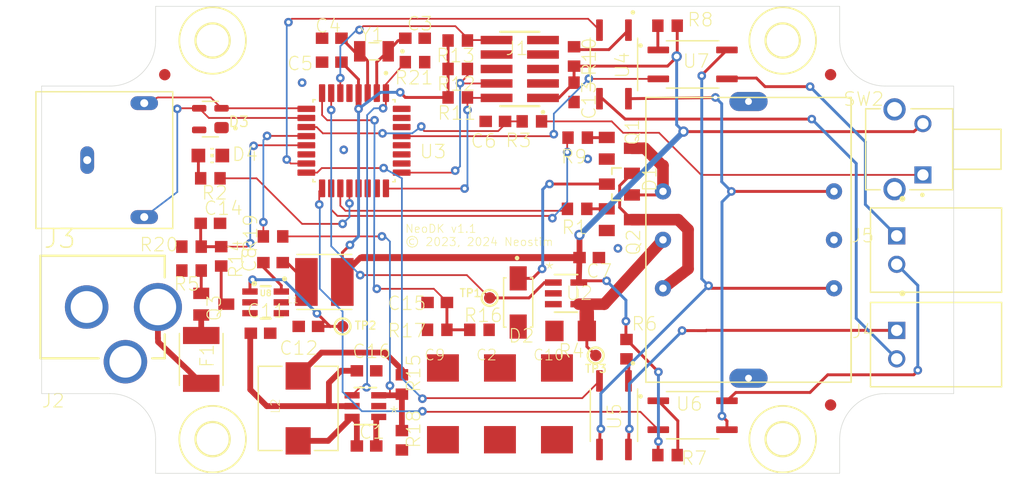
<source format=kicad_pcb>
(kicad_pcb (version 20240108) (generator "pcbnew") (generator_version "8.0")
  (layers (0 "F.Cu" signal) (31 "B.Cu" signal) (34 "B.Paste" user) (35 "F.Paste" user) (36 "B.SilkS" user "B.Silkscreen") (37 "F.SilkS" user "F.Silkscreen") (38 "B.Mask" user) (39 "F.Mask" user) (44 "Edge.Cuts" user))
  (net 0 "")
  (net 1 "N$3")
  (net 2 "N$4")
  (net 3 "GND")
  (net 4 "N$6")
  (net 5 "VCC")
  (net 6 "N$9")
  (net 7 "CSA_OUT")
  (net 8 "VCAP")
  (net 9 "BTN_OUT1")
  (net 10 "N$2")
  (net 11 "N$5")
  (net 12 "N$7")
  (net 13 "N$16")
  (net 14 "TRIAC_1")
  (net 15 "N$15")
  (net 16 "N$19")
  (net 17 "VC_DIV4")
  (net 18 "N$23")
  (net 19 "N$24")
  (net 20 "SWDIO")
  (net 21 "SWCLK")
  (net 22 "TRIAC_2")
  (net 23 "N$10")
  (net 24 "N$11")
  (net 25 "N$12")
  (net 26 "N$14")
  (net 27 "N$18")
  (net 28 "N$20")
  (net 29 "N$1")
  (net 30 "N$31")
  (net 31 "VBAT")
  (net 32 "N$35")
  (net 33 "N$36")
  (net 34 "N$37")
  (net 35 "N$38")
  (net 36 "N$32")
  (net 37 "BUCK_EN")
  (net 38 "N$33")
  (net 39 "N$34")
  (net 40 "N$30")
  (net 41 "GNDBREAK")
  (net 42 "N$28")
  (net 43 "N$39")
  (net 44 "TRIAC_3")
  (net 45 "N$13")
  (net 46 "N$17")
  (net 47 "N$21")
  (net 48 "N$22")
  (net 49 "N$8")
  (net 50 "N$26")
  (net 51 "N$29")
  (footprint "neodk_v1:C0603_334" (layer "F.Cu") (at 141.2511 87.3036)
    (property "Reference" "C3")
    (property "Value" "6.8p")
  )
  (footprint "neodk_v1:SOT190P230X110-4N" (layer "F.Cu") (at 123.3011 94.4036 180)
    (property "Reference" "D3")
    (property "Value" "PRTR5V0U2X")
  )
  (footprint "neodk_v1:FUSER_MF-MSMF020_60-2" (layer "F.Cu") (at 122.5011 115.5036 90)
    (property "Reference" "F1")
    (property "Value" "MF-MSMF020/60-2")
  )
  (footprint "neodk_v1:2,8_237" (layer "F.Cu") (at 173.5011 87.5036)
    (property "Reference" "H3" (hide yes))
    (property "Value" "MOUNT-HOLE2.8" (hide yes))
  )
  (footprint "neodk_v1:SOT23_210" (layer "F.Cu") (at 159.1811 100.1136 90)
    (property "Reference" "D1")
    (property "Value" "BAV23CLT1G")
  )
  (footprint "neodk_v1:SOT23" (layer "F.Cu") (at 123.6011 110.6536 -90)
    (property "Reference" "Q3")
    (property "Value" "PMV50EPEAR")
  )
  (footprint "neodk_v1:R0603_334" (layer "F.Cu") (at 155.2011 88.9036 -90)
    (property "Reference" "R10")
    (property "Value" "300")
  )
  (footprint "neodk_v1:TESTPOINT_ROUND_1MM" (layer "F.Cu") (at 157.1011 115.1536)
    (property "Reference" "TP3")
    (property "Value" "Vprim")
  )
  (footprint "neodk_v1:QFP80P900X900X160-32N" (layer "F.Cu") (at 135.9011 96.3036 -90)
    (property "Reference" "U3")
    (property "Value" "STM32G071KBT6")
  )
  (footprint "neodk_v1:C0603_334" (layer "F.Cu") (at 131.9011 112.6036 180)
    (property "Reference" "C12")
    (property "Value" "22µ")
  )
  (footprint "neodk_v1:SOT23-6" (layer "F.Cu") (at 128.1511 110.4936 -90)
    (property "Reference" "U8")
    (property "Value" "AP63203")
  )
  (footprint "neodk_v1:FIDUCIAL_1MM" (layer "F.Cu") (at 177.7011 90.5036)
    (property "Reference" "FID2" (hide yes))
    (property "Value" "FIDUCIAL" (hide yes))
  )
  (footprint "neodk_v1:C0603_334" (layer "F.Cu") (at 143.2011 110.5036 180)
    (property "Reference" "C15")
    (property "Value" "100n")
  )
  (footprint "neodk_v1:SOP254P675X240-4N" (layer "F.Cu") (at 158.7011 120.4036 -90)
    (property "Reference" "U5")
    (property "Value" "VOT8024AM-T")
  )
  (footprint "neodk_v1:R0603_334" (layer "F.Cu") (at 140.1011 117.7036 90)
    (property "Reference" "R15")
    (property "Value" "115k")
  )
  (footprint "neodk_v1:R0603_334" (layer "F.Cu") (at 155.4711 102.2836)
    (property "Reference" "R1")
    (property "Value" "150")
  )
  (footprint "neodk_v1:C0603_334" (layer "F.Cu") (at 148.3011 94.6036 180)
    (property "Reference" "C6")
    (property "Value" "100n")
  )
  (footprint "neodk_v1:SMC_D_334" (layer "F.Cu") (at 143.7011 119.4036 -90)
    (property "Reference" "C9")
    (property "Value" "220µ")
  )
  (footprint "neodk_v1:R0603_334" (layer "F.Cu") (at 146.9011 112.9036)
    (property "Reference" "R16")
    (property "Value" "39k")
  )
  (footprint "neodk_v1:2,8_237" (layer "F.Cu") (at 173.5011 122.5036)
    (property "Reference" "H2" (hide yes))
    (property "Value" "MOUNT-HOLE2.8" (hide yes))
  )
  (footprint "neodk_v1:FIDUCIAL_1MM" (layer "F.Cu") (at 177.7011 119.5036)
    (property "Reference" "FID3" (hide yes))
    (property "Value" "FIDUCIAL" (hide yes))
  )
  (footprint "neodk_v1:CLIFF_FC68131" (layer "F.Cu") (at 112.5011 98.0036)
    (property "Reference" "J3")
    (property "Value" "FC68131")
  )
  (footprint "neodk_v1:42TUXXX" (layer "F.Cu") (at 170.5011 105.0036 90)
    (property "Reference" "TR1" (hide yes))
    (property "Value" "XICON_42TU200" (hide yes))
  )
  (footprint "neodk_v1:R0603_334" (layer "F.Cu") (at 121.6511 105.6036)
    (property "Reference" "R20")
    (property "Value" "13k")
  )
  (footprint "neodk_v1:JST_S2B-XH-A(LF)(SN)" (layer "F.Cu") (at 183.5011 114.2036 -90)
    (property "Reference" "J4")
    (property "Value" "S2B-XH-A(LF)(SN)")
  )
  (footprint "neodk_v1:R0603_334" (layer "F.Cu") (at 145.0011 87.5036 180)
    (property "Reference" "R13")
    (property "Value" "1k5")
  )
  (footprint "neodk_v1:R0603_334" (layer "F.Cu") (at 163.4011 86.2036)
    (property "Reference" "R8")
    (property "Value" "300")
  )
  (footprint "neodk_v1:C0603_334" (layer "F.Cu") (at 137.0011 116.5036)
    (property "Reference" "C16")
    (property "Value" "10µ")
  )
  (footprint "neodk_v1:DBV5" (layer "F.Cu") (at 154.5011 109.7036)
    (property "Reference" "U2")
    (property "Value" "INA180A1IDBVR" (hide yes))
  )
  (footprint "neodk_v1:IND_CLF7045NIT-470M-D" (layer "F.Cu") (at 131.0011 119.8036 90)
    (property "Reference" "L2")
    (property "Value" "47 µH")
  )
  (footprint "neodk_v1:R0603_334" (layer "F.Cu") (at 140.1011 122.6036 90)
    (property "Reference" "R18")
    (property "Value" "13k")
  )
  (footprint "neodk_v1:C0603_334" (layer "F.Cu") (at 128.8011 107.0036)
    (property "Reference" "C8")
    (property "Value" "100n")
  )
  (footprint "neodk_v1:R0603_334" (layer "F.Cu") (at 123.3011 99.6036)
    (property "Reference" "R2")
    (property "Value" "300")
  )
  (footprint "neodk_v1:DIOM4325X250N" (layer "F.Cu") (at 150.3011 110.5036 -90)
    (property "Reference" "D2")
    (property "Value" "SMAJ13A")
  )
  (footprint "neodk_v1:R0603_334" (layer "F.Cu") (at 128.8011 104.7036 180)
    (property "Reference" "R19")
    (property "Value" "42.2k")
  )
  (footprint "neodk_v1:R0603_334" (layer "F.Cu") (at 124.2511 106.4536 -90)
    (property "Reference" "R14")
    (property "Value" "39k")
  )
  (footprint "neodk_v1:TE_FSMRA6JH" (layer "F.Cu") (at 185.8011 99.3036 90)
    (property "Reference" "SW2")
    (property "Value" "FSMRA6JH")
  )
  (footprint "neodk_v1:R0603_334" (layer "F.Cu") (at 163.4011 123.9036 180)
    (property "Reference" "R7")
    (property "Value" "300")
  )
  (footprint "neodk_v1:C0603_334" (layer "F.Cu") (at 137.0011 123.1036)
    (property "Reference" "C1")
    (property "Value" "470n")
  )
  (footprint "neodk_v1:C0603_334" (layer "F.Cu") (at 127.7011 113.2036)
    (property "Reference" "C11")
    (property "Value" "10µ")
  )
  (footprint "neodk_v1:TESTPOINT_ROUND_1MM" (layer "F.Cu") (at 134.9011 112.6036)
    (property "Reference" "TP2")
    (property "Value" "3.3V")
  )
  (footprint "neodk_v1:C0603_334" (layer "F.Cu") (at 155.2011 92.0536 -90)
    (property "Reference" "C13")
    (property "Value" "22µ")
  )
  (footprint "neodk_v1:R0603_334" (layer "F.Cu") (at 155.5211 96.0336)
    (property "Reference" "R9")
    (property "Value" "150")
  )
  (footprint "neodk_v1:2,8_237" (layer "F.Cu") (at 123.5011 87.5036)
    (property "Reference" "H4" (hide yes))
    (property "Value" "MOUNT-HOLE2.8" (hide yes))
  )
  (footprint "neodk_v1:TESTPOINT_ROUND_1MM" (layer "F.Cu") (at 147.8011 110.1036)
    (property "Reference" "TP1")
    (property "Value" "PrimaryCurrent")
  )
  (footprint "neodk_v1:SOP254P675X240-4N" (layer "F.Cu") (at 165.6011 89.6036)
    (property "Reference" "U7")
    (property "Value" "VOT8024AM-T")
  )
  (footprint "neodk_v1:JST_S2B-XH-A(LF)(SN)" (layer "F.Cu") (at 183.5011 105.9036 -90)
    (property "Reference" "J5")
    (property "Value" "S2B-XH-A(LF)(SN)")
  )
  (footprint "neodk_v1:XTAL_NX3215SA-32.768K-STD-MUA-8" (layer "F.Cu") (at 137.6511 88.4536 180)
    (property "Reference" "Y1")
    (property "Value" "32.768 kHz")
  )
  (footprint "neodk_v1:IND_SRR4818A-3R9Y" (layer "F.Cu") (at 133.3011 108.7036)
    (property "Reference" "L1")
    (property "Value" "3.9 µH")
  )
  (footprint "neodk_v1:SOP254P675X240-4N" (layer "F.Cu") (at 158.7011 89.6036 -90)
    (property "Reference" "U4")
    (property "Value" "VOT8024AM-T")
  )
  (footprint "neodk_v1:R0603_334" (layer "F.Cu") (at 141.2511 89.4036 180)
    (property "Reference" "R21")
    (property "Value" "100k")
  )
  (footprint "neodk_v1:R0603_334" (layer "F.Cu") (at 151.5011 94.6036 180)
    (property "Reference" "R3")
    (property "Value" "1k5")
  )
  (footprint "neodk_v1:C0603_334" (layer "F.Cu") (at 133.9511 87.3036 180)
    (property "Reference" "C4")
    (property "Value" "6.8p")
  )
  (footprint "neodk_v1:SOT-23-6_SNC" (layer "F.Cu") (at 136.9011 119.6036 180)
    (property "Reference" "U1")
    (property "Value" "SGM61410XN6G/TR")
  )
  (footprint "neodk_v1:FIDUCIAL_1MM" (layer "F.Cu") (at 119.3011 90.5036)
    (property "Reference" "FID1" (hide yes))
    (property "Value" "FIDUCIAL" (hide yes))
  )
  (footprint "neodk_v1:CHIP-LED0805_259" (layer "F.Cu") (at 123.3011 97.6036 -90)
    (property "Reference" "D4")
    (property "Value" "")
  )
  (footprint "neodk_v1:R0603_334" (layer "F.Cu") (at 121.6511 107.7036)
    (property "Reference" "R5")
    (property "Value" "100k")
  )
  (footprint "neodk_v1:SMC_D_334" (layer "F.Cu") (at 148.7011 119.4036 -90)
    (property "Reference" "C2")
    (property "Value" "220µ")
  )
  (footprint "neodk_v1:SOP254P675X240-4N" (layer "F.Cu") (at 165.6011 120.4036)
    (property "Reference" "U6")
    (property "Value" "VOT8024AM-T")
  )
  (footprint "neodk_v1:C0603_334" (layer "F.Cu") (at 133.9511 89.4036 180)
    (property "Reference" "C5")
    (property "Value" "100n")
  )
  (footprint "neodk_v1:2,8_237" (layer "F.Cu") (at 123.5011 122.5036)
    (property "Reference" "H1" (hide yes))
    (property "Value" "MOUNT-HOLE2.8" (hide yes))
  )
  (footprint "neodk_v1:C0603_334" (layer "F.Cu") (at 123.3011 103.5536)
    (property "Reference" "C14")
    (property "Value" "100n")
  )
  (footprint "neodk_v1:DCJACK_2MM_PTH" (layer "F.Cu") (at 105.1011 110.9036 -90)
    (property "Reference" "J2")
    (property "Value" "Power 5V..12V DC")
  )
  (footprint "neodk_v1:SOT23" (layer "F.Cu") (at 159.1711 96.9636 -90)
    (property "Reference" "Q1")
    (property "Value" "IRLML6344TRPBF")
  )
  (footprint "neodk_v1:R0603_334" (layer "F.Cu") (at 145.0011 92.5036 180)
    (property "Reference" "R11")
    (property "Value" "100k")
  )
  (footprint "neodk_v1:SOT23" (layer "F.Cu") (at 159.1711 103.2336 -90)
    (property "Reference" "Q2")
    (property "Value" "IRLML6344TRPBF")
  )
  (footprint "neodk_v1:R1206_334" (layer "F.Cu") (at 154.9011 113.0036 180)
    (property "Reference" "R4")
    (property "Value" "0.02")
  )
  (footprint "neodk_v1:C0603_334" (layer "F.Cu") (at 156.5311 106.5636)
    (property "Reference" "C7")
    (property "Value" "100n")
  )
  (footprint "neodk_v1:R0603_334" (layer "F.Cu") (at 145.0011 90.0036 180)
    (property "Reference" "R12")
    (property "Value" "100k")
  )
  (footprint "neodk_v1:R0603_334" (layer "F.Cu") (at 159.8011 114.6036 90)
    (property "Reference" "R6")
    (property "Value" "300")
  )
  (footprint "neodk_v1:R0603_334" (layer "F.Cu") (at 143.2011 112.9036)
    (property "Reference" "R17")
    (property "Value" "13k")
  )
  (footprint "neodk_v1:SAMTEC_FTSH-105-XX-X-DV" (layer "F.Cu") (at 150.4411 90.0036 90)
    (property "Reference" "J1")
    (property "Value" "SWD")
  )
  (footprint "neodk_v1:SMC_D_334" (layer "F.Cu") (at 153.7011 119.4036 -90)
    (property "Reference" "C10")
    (property "Value" "220µ")
  )
  (gr_arc (start 178.5011 122.5036) (mid 179.672674 119.675173) (end 182.501101 118.503601) (stroke (width 0.05)) (layer "Edge.Cuts"))
  (gr_line (start 178.5011 87.5036) (end 178.5011 84.5036) (stroke (width 0.05)) (layer "Edge.Cuts"))
  (gr_line (start 178.5011 125.5036) (end 178.5011 122.5036) (stroke (width 0.05)) (layer "Edge.Cuts"))
  (gr_line (start 188.5011 91.5036) (end 182.5011 91.5036) (stroke (width 0.05)) (layer "Edge.Cuts"))
  (gr_arc (start 118.5011 87.5036) (mid 117.329527 90.332027) (end 114.5011 91.5036) (stroke (width 0.05)) (layer "Edge.Cuts"))
  (gr_line (start 178.5011 84.5036) (end 118.5011 84.5036) (stroke (width 0.05)) (layer "Edge.Cuts"))
  (gr_line (start 118.5011 122.5036) (end 118.5011 125.5036) (stroke (width 0.05)) (layer "Edge.Cuts"))
  (gr_line (start 114.5011 91.5036) (end 108.5011 91.5036) (stroke (width 0.05)) (layer "Edge.Cuts"))
  (gr_line (start 118.5011 125.5036) (end 178.5011 125.5036) (stroke (width 0.05)) (layer "Edge.Cuts"))
  (gr_line (start 118.5011 84.5036) (end 118.5011 87.5036) (stroke (width 0.05)) (layer "Edge.Cuts"))
  (gr_line (start 182.5011 118.5036) (end 188.5011 118.5036) (stroke (width 0.05)) (layer "Edge.Cuts"))
  (gr_line (start 108.5011 91.5036) (end 108.5011 118.5036) (stroke (width 0.05)) (layer "Edge.Cuts"))
  (gr_line (start 108.5011 118.5036) (end 114.5011 118.5036) (stroke (width 0.05)) (layer "Edge.Cuts"))
  (gr_arc (start 182.5011 91.5036) (mid 179.672673 90.332027) (end 178.5011 87.5036) (stroke (width 0.05)) (layer "Edge.Cuts"))
  (gr_arc (start 114.5011 118.5036) (mid 117.329528 119.675173) (end 118.501101 122.503601) (stroke (width 0.05)) (layer "Edge.Cuts"))
  (gr_line (start 188.5011 118.5036) (end 188.5011 91.5036) (stroke (width 0.05)) (layer "Edge.Cuts"))
  (gr_text "NeoDK v1.1\n© 2023, 2024 Neostim" (at 140.3511 105.6036 0) (layer "F.SilkS") (effects (font (size 0.7176 0.7176) (thickness 0.0624)) (justify left bottom)))
  (segment (start 160.2711 96.9636) (end 161.4111 96.9636) (width 1.016) (layer "F.Cu") (net 1))
  (segment (start 163.0011 98.473638) (end 163.0011 100.7491) (width 1.016) (layer "F.Cu") (net 1))
  (segment (start 163.0011 98.473638) (end 162.9011 98.4536) (width 1.016) (layer "F.Cu") (net 1))
  (segment (start 163.1866 101.0636) (end 163.0011 100.7491) (width 0.254) (layer "F.Cu") (net 1))
  (segment (start 160.2811 101.0636) (end 163.1866 101.0636) (width 0.254) (layer "F.Cu") (net 1))
  (segment (start 161.4111 96.9636) (end 162.9011 98.4536) (width 1.016) (layer "F.Cu") (net 1))
  (segment (start 160.2811 99.1736) (end 160.2811 99.1636) (width 0.254) (layer "F.Cu") (net 2))
  (segment (start 159.2011 102.1636) (end 159.2011 100.2536) (width 0.254) (layer "F.Cu") (net 2))
  (segment (start 165.2011 104.1036) (end 165.2011 107.5581) (width 1.016) (layer "F.Cu") (net 2))
  (segment (start 164.3311 103.2336) (end 165.2011 104.1036) (width 1.016) (layer "F.Cu") (net 2))
  (segment (start 165.2011 107.5581) (end 163.0011 109.2581) (width 1.016) (layer "F.Cu") (net 2))
  (segment (start 160.2711 103.2336) (end 164.3311 103.2336) (width 1.016) (layer "F.Cu") (net 2))
  (segment (start 160.2711 103.2336) (end 159.2011 102.1636) (width 0.254) (layer "F.Cu") (net 2))
  (segment (start 159.2011 100.2536) (end 160.2811 99.1736) (width 0.254) (layer "F.Cu") (net 2))
  (via (at 156.4011 97.9036) (size 0.7564) (drill 0.35) (layers "F.Cu" "B.Cu") (net 3))
  (via (at 135.0011 97.1036) (size 0.7564) (drill 0.35) (layers "F.Cu" "B.Cu") (net 3))
  (via (at 131.3511 91.2036) (size 0.7564) (drill 0.35) (layers "F.Cu" "B.Cu") (net 3))
  (via (at 159.0511 105.7536) (size 0.7564) (drill 0.35) (layers "F.Cu" "B.Cu") (net 3))
  (segment (start 156.3211 102.2836) (end 158.0711 102.2836) (width 0.254) (layer "F.Cu") (net 4))
  (segment (start 144.1511 90.0036) (end 144.1511 92.5036) (width 0.254) (layer "F.Cu") (net 5))
  (segment (start 155.6811 106.5636) (end 136.6111 106.5636) (width 0.6096) (layer "F.Cu") (net 5))
  (segment (start 155.7511 104.6536) (end 155.6761 104.5786) (width 0.508) (layer "F.Cu") (net 5))
  (segment (start 134.8761 108.1536) (end 134.8761 108.7036) (width 0.254) (layer "F.Cu") (net 5))
  (segment (start 126.776 108.7287) (end 127.0011 108.5036) (width 0.254) (layer "F.Cu") (net 5))
  (segment (start 136.2911 90.9136) (end 136.3011 92.1236) (width 0.254) (layer "F.Cu") (net 5))
  (segment (start 164.2511 88.8536) (end 164.2011 88.9036) (width 0.254) (layer "F.Cu") (net 5))
  (segment (start 158.0511 108.6036) (end 155.7687 108.6036) (width 0.254) (layer "F.Cu") (net 5))
  (segment (start 134.8761 107.4786) (end 134.8761 108.1536) (width 0.254) (layer "F.Cu") (net 5))
  (segment (start 134.8011 89.4036) (end 136.2911 90.9136) (width 0.254) (layer "F.Cu") (net 5))
  (segment (start 134.9011 112.6036) (end 133.8511 112.6036) (width 0.254) (layer "F.Cu") (net 5))
  (segment (start 155.2011 89.7536) (end 163.4011 89.7536) (width 0.254) (layer "F.Cu") (net 5))
  (segment (start 159.8011 113.7536) (end 159.7511 113.7036) (width 0.254) (layer "F.Cu") (net 5))
  (segment (start 135.5443 105.4536) (end 134.8761 106.1218) (width 0.254) (layer "F.Cu") (net 5))
  (segment (start 155.6187 108.7536) (end 155.6787 106.566) (width 0.508) (layer "F.Cu") (net 5))
  (segment (start 185.0011 95.5036) (end 185.8011 94.8036) (width 0.254) (layer "F.Cu") (net 5))
  (segment (start 159.7511 113.7036) (end 159.7511 112.1536) (width 0.254) (layer "F.Cu") (net 5))
  (segment (start 133.8511 112.6036) (end 132.7511 112.6036) (width 0.254) (layer "F.Cu") (net 5))
  (segment (start 144.1511 92.5036) (end 140.5511 92.5036) (width 0.254) (layer "F.Cu") (net 5))
  (segment (start 132.6511 111.4536) (end 133.8011 112.6036) (width 0.254) (layer "F.Cu") (net 5))
  (segment (start 140.5511 92.5036) (end 140.4011 92.5036) (width 0.254) (layer "F.Cu") (net 5))
  (segment (start 155.6811 104.7236) (end 155.7511 104.6536) (width 0.508) (layer "F.Cu") (net 5))
  (segment (start 152.4761 92.5436) (end 153.8611 92.5436) (width 0.254) (layer "F.Cu") (net 5))
  (segment (start 134.8761 106.1218) (end 134.8761 108.1536) (width 0.254) (layer "F.Cu") (net 5))
  (segment (start 155.7687 108.6036) (end 155.6187 108.7536) (width 0.254) (layer "F.Cu") (net 5))
  (segment (start 164.8011 95.5036) (end 185.0011 95.5036) (width 0.254) (layer "F.Cu") (net 5))
  (segment (start 155.6787 106.566) (end 155.6811 106.5636) (width 0.508) (layer "F.Cu") (net 5))
  (segment (start 133.8011 112.6036) (end 133.8511 112.6036) (width 0.254) (layer "F.Cu") (net 5))
  (segment (start 134.8761 108.1536) (end 134.8761 108.7036) (width 0.254) (layer "F.Cu") (net 5))
  (segment (start 126.776 109.5436) (end 126.776 108.7287) (width 0.254) (layer "F.Cu") (net 5))
  (segment (start 153.8611 92.5436) (end 155.2011 91.2036) (width 0.254) (layer "F.Cu") (net 5))
  (segment (start 136.4661 106.5636) (end 134.8761 108.1536) (width 0.508) (layer "F.Cu") (net 5))
  (segment (start 136.6111 106.5636) (end 136.4661 106.5636) (width 0.508) (layer "F.Cu") (net 5))
  (segment (start 162.6011 122.7036) (end 162.5511 123.9036) (width 0.254) (layer "F.Cu") (net 5))
  (segment (start 140.4011 92.5036) (end 139.9511 92.0536) (width 0.254) (layer "F.Cu") (net 5))
  (segment (start 155.2011 89.7536) (end 155.2011 91.2036) (width 0.254) (layer "F.Cu") (net 5))
  (segment (start 144.1511 87.5036) (end 144.1511 90.0036) (width 0.254) (layer "F.Cu") (net 5))
  (segment (start 155.6811 106.5636) (end 155.6811 104.7236) (width 0.508) (layer "F.Cu") (net 5))
  (segment (start 163.4011 89.7536) (end 164.2511 88.9036) (width 0.254) (layer "F.Cu") (net 5))
  (segment (start 159.8011 113.7536) (end 162.6011 116.6036) (width 0.254) (layer "F.Cu") (net 5))
  (segment (start 164.2511 88.9036) (end 164.2511 88.8536) (width 0.254) (layer "F.Cu") (net 5))
  (segment (start 136.3011 93.5036) (end 136.3011 92.1236) (width 0.508) (layer "F.Cu") (net 5))
  (segment (start 164.2511 86.2036) (end 164.2511 88.8536) (width 0.254) (layer "F.Cu") (net 5))
  (via (at 135.5443 105.4536) (size 0.7564) (drill 0.35) (layers "F.Cu" "B.Cu") (net 5))
  (via (at 139.9511 92.0536) (size 0.7564) (drill 0.35) (layers "F.Cu" "B.Cu") (net 5))
  (via (at 155.6761 104.5786) (size 0.9064) (drill 0.5) (layers "F.Cu" "B.Cu") (net 5))
  (via (at 164.8011 95.5036) (size 0.9064) (drill 0.5) (layers "F.Cu" "B.Cu") (net 5))
  (via (at 159.7511 112.1536) (size 0.7564) (drill 0.35) (layers "F.Cu" "B.Cu") (net 5))
  (via (at 136.3011 93.5036) (size 0.7564) (drill 0.35) (layers "F.Cu" "B.Cu") (net 5))
  (via (at 162.6011 122.7036) (size 0.7564) (drill 0.35) (layers "F.Cu" "B.Cu") (net 5))
  (via (at 132.6511 111.4536) (size 0.7564) (drill 0.35) (layers "F.Cu" "B.Cu") (net 5))
  (via (at 127.0011 108.5036) (size 0.7564) (drill 0.35) (layers "F.Cu" "B.Cu") (net 5))
  (via (at 162.6011 116.6036) (size 0.7564) (drill 0.35) (layers "F.Cu" "B.Cu") (net 5))
  (via (at 164.2011 88.9036) (size 0.9064) (drill 0.5) (layers "F.Cu" "B.Cu") (net 5))
  (via (at 158.0511 108.6036) (size 0.7564) (drill 0.35) (layers "F.Cu" "B.Cu") (net 5))
  (segment (start 129.7011 108.5036) (end 132.6511 111.4536) (width 0.254) (layer "B.Cu") (net 5))
  (segment (start 136.3011 104.6968) (end 135.5443 105.4536) (width 0.254) (layer "B.Cu") (net 5))
  (segment (start 164.2011 88.9036) (end 164.2011 94.9036) (width 0.254) (layer "B.Cu") (net 5))
  (segment (start 138.234434 92.0536) (end 136.3011 93.5036) (width 0.254) (layer "B.Cu") (net 5))
  (segment (start 162.6011 116.6036) (end 162.6011 122.7036) (width 0.254) (layer "B.Cu") (net 5))
  (segment (start 127.0011 108.5036) (end 129.7011 108.5036) (width 0.254) (layer "B.Cu") (net 5))
  (segment (start 164.8011 95.5036) (end 155.7261 104.5786) (width 0.508) (layer "B.Cu") (net 5))
  (segment (start 159.7511 110.3036) (end 158.0511 108.6036) (width 0.254) (layer "B.Cu") (net 5))
  (segment (start 139.9511 92.0536) (end 138.234434 92.0536) (width 0.254) (layer "B.Cu") (net 5))
  (segment (start 136.3011 93.5036) (end 136.3011 104.6968) (width 0.254) (layer "B.Cu") (net 5))
  (segment (start 155.7261 104.5786) (end 155.6761 104.5786) (width 0.508) (layer "B.Cu") (net 5))
  (segment (start 164.2011 94.9036) (end 164.8011 95.5036) (width 0.254) (layer "B.Cu") (net 5))
  (segment (start 159.7511 112.1536) (end 159.7511 110.3036) (width 0.254) (layer "B.Cu") (net 5))
  (segment (start 156.3131 111.318) (end 156.3231 113.0036) (width 1.27) (layer "F.Cu") (net 6))
  (segment (start 156.3231 114.3756) (end 156.3231 113.0036) (width 0.254) (layer "F.Cu") (net 6))
  (segment (start 155.6187 110.6536) (end 157.8511 110.6536) (width 1.016) (layer "F.Cu") (net 6))
  (segment (start 157.8511 110.6536) (end 163.0011 105.0036) (width 1.016) (layer "F.Cu") (net 6))
  (segment (start 155.6187 110.6536) (end 156.3131 111.318) (width 0.254) (layer "F.Cu") (net 6))
  (segment (start 157.1011 115.1536) (end 156.3231 114.3756) (width 0.254) (layer "F.Cu") (net 6))
  (segment (start 145.8011 108.1036) (end 147.8011 110.1036) (width 0.1524) (layer "F.Cu") (net 7))
  (segment (start 133.9011 92.1236) (end 133.9011 93.6036) (width 0.1524) (layer "F.Cu") (net 7))
  (segment (start 151.2511 110.1036) (end 152.6011 108.7536) (width 0.254) (layer "F.Cu") (net 7))
  (segment (start 147.8011 110.1036) (end 147.9011 110.1036) (width 0.254) (layer "F.Cu") (net 7))
  (segment (start 151.2511 110.1036) (end 147.9011 110.1036) (width 0.254) (layer "F.Cu") (net 7))
  (segment (start 152.6011 108.7536) (end 153.3835 108.7536) (width 0.254) (layer "F.Cu") (net 7))
  (segment (start 136.4443 108.1036) (end 145.8011 108.1036) (width 0.1524) (layer "F.Cu") (net 7))
  (via (at 136.4443 108.1036) (size 0.7564) (drill 0.35) (layers "F.Cu" "B.Cu") (net 7))
  (via (at 133.9011 93.6036) (size 0.7564) (drill 0.35) (layers "F.Cu" "B.Cu") (net 7))
  (segment (start 133.9011 93.6036) (end 133.9011 105.5604) (width 0.1524) (layer "B.Cu") (net 7))
  (segment (start 133.9011 105.5604) (end 136.4443 108.1036) (width 0.1524) (layer "B.Cu") (net 7))
  (segment (start 138.6011 114.9036) (end 140.1011 116.4036) (width 0.508) (layer "F.Cu") (net 8))
  (segment (start 133.0511 114.9036) (end 138.6011 114.9036) (width 0.508) (layer "F.Cu") (net 8))
  (segment (start 131.0011 116.9536) (end 133.0511 114.9036) (width 0.508) (layer "F.Cu") (net 8))
  (segment (start 140.1011 116.4036) (end 140.1011 116.8536) (width 0.508) (layer "F.Cu") (net 8))
  (segment (start 147.5411 116.1936) (end 147.6011 116.2536) (width 0.254) (layer "F.Cu") (net 8))
  (segment (start 148.5511 95.4536) (end 149.1511 94.8536) (width 0.1524) (layer "F.Cu") (net 9))
  (segment (start 133.1711 95.6536) (end 132.6211 95.1036) (width 0.1524) (layer "F.Cu") (net 9))
  (segment (start 131.7211 95.1036) (end 132.6211 95.1036) (width 0.1524) (layer "F.Cu") (net 9))
  (segment (start 149.1511 94.6036) (end 150.6511 94.6036) (width 0.1524) (layer "F.Cu") (net 9))
  (segment (start 142.0511 95.4536) (end 148.5511 95.4536) (width 0.1524) (layer "F.Cu") (net 9))
  (segment (start 138.4011 95.6536) (end 133.1711 95.6536) (width 0.1524) (layer "F.Cu") (net 9))
  (segment (start 142.0511 95.4536) (end 141.8636 95.1161) (width 0.1524) (layer "F.Cu") (net 9))
  (segment (start 141.8011 95.0536) (end 141.8636 95.1161) (width 0.1524) (layer "F.Cu") (net 9))
  (segment (start 149.1511 94.8536) (end 149.1511 94.6036) (width 0.1524) (layer "F.Cu") (net 9))
  (via (at 141.8011 95.0536) (size 0.7564) (drill 0.35) (layers "F.Cu" "B.Cu") (net 9))
  (via (at 138.4011 95.6536) (size 0.7564) (drill 0.35) (layers "F.Cu" "B.Cu") (net 9))
  (segment (start 141.0011 95.6536) (end 138.4011 95.6536) (width 0.1524) (layer "B.Cu") (net 9))
  (segment (start 141.0011 95.6536) (end 141.8011 95.0536) (width 0.1524) (layer "B.Cu") (net 9))
  (segment (start 166.3511 99.3036) (end 162.6511 95.6036) (width 0.1524) (layer "F.Cu") (net 10))
  (segment (start 162.6511 95.6036) (end 159.5011 95.6036) (width 0.1524) (layer "F.Cu") (net 10))
  (segment (start 158.5011 94.6036) (end 152.3511 94.6036) (width 0.1524) (layer "F.Cu") (net 10))
  (segment (start 166.3511 99.3036) (end 185.8011 99.3036) (width 0.1524) (layer "F.Cu") (net 10))
  (segment (start 159.5011 95.6036) (end 158.5011 94.6036) (width 0.1524) (layer "F.Cu") (net 10))
  (segment (start 158.0711 96.0336) (end 158.0711 96.0136) (width 0.254) (layer "F.Cu") (net 11))
  (segment (start 156.3711 96.0336) (end 158.0711 96.0336) (width 0.254) (layer "F.Cu") (net 11))
  (segment (start 135.5011 100.4836) (end 135.5011 101.8036) (width 0.1524) (layer "F.Cu") (net 12))
  (segment (start 135.5011 101.7536) (end 135.5011 101.8036) (width 0.1524) (layer "F.Cu") (net 12))
  (segment (start 127.3511 99.6036) (end 124.1511 99.6036) (width 0.1524) (layer "F.Cu") (net 12))
  (segment (start 131.3511 103.6036) (end 127.3511 99.6036) (width 0.1524) (layer "F.Cu") (net 12))
  (segment (start 134.9011 103.6036) (end 131.3511 103.6036) (width 0.1524) (layer "F.Cu") (net 12))
  (segment (start 135.5011 101.8036) (end 135.5011 101.7536) (width 0.1524) (layer "F.Cu") (net 12))
  (via (at 134.9011 103.6036) (size 0.7564) (drill 0.35) (layers "F.Cu" "B.Cu") (net 12))
  (via (at 135.5011 101.8036) (size 0.7564) (drill 0.35) (layers "F.Cu" "B.Cu") (net 12))
  (segment (start 135.5011 101.8036) (end 135.5011 103.0036) (width 0.1524) (layer "B.Cu") (net 12))
  (segment (start 135.5011 103.0036) (end 134.9011 103.6036) (width 0.1524) (layer "B.Cu") (net 12))
  (segment (start 162.5911 90.8736) (end 156.5211 90.8736) (width 0.1524) (layer "F.Cu") (net 13))
  (segment (start 153.4511 95.7536) (end 153.4261 95.7286) (width 0.1524) (layer "F.Cu") (net 13))
  (segment (start 153.3011 95.9036) (end 153.4511 95.7536) (width 0.1524) (layer "F.Cu") (net 13))
  (segment (start 156.5211 90.8736) (end 156.5011 90.8536) (width 0.1524) (layer "F.Cu") (net 13))
  (segment (start 140.0811 95.9036) (end 153.3011 95.9036) (width 0.1524) (layer "F.Cu") (net 13))
  (via (at 153.4261 95.7286) (size 0.7564) (drill 0.35) (layers "F.Cu" "B.Cu") (net 13))
  (via (at 156.5011 90.8536) (size 0.7564) (drill 0.35) (layers "F.Cu" "B.Cu") (net 13))
  (segment (start 153.4261 95.7286) (end 153.4261 93.9286) (width 0.1524) (layer "B.Cu") (net 13))
  (segment (start 153.4261 93.9286) (end 156.5011 90.8536) (width 0.1524) (layer "B.Cu") (net 13))
  (segment (start 156.4333 85.5958) (end 130.4531 85.5958) (width 0.1524) (layer "F.Cu") (net 14))
  (segment (start 130.0011 97.9536) (end 130.3511 98.3036) (width 0.1524) (layer "F.Cu") (net 14))
  (segment (start 130.4531 85.5958) (end 130.1511 85.8978) (width 0.1524) (layer "F.Cu") (net 14))
  (segment (start 157.4311 86.5936) (end 156.4333 85.5958) (width 0.1524) (layer "F.Cu") (net 14))
  (segment (start 130.3511 98.3036) (end 131.7211 98.3036) (width 0.1524) (layer "F.Cu") (net 14))
  (via (at 130.0011 97.9536) (size 0.7564) (drill 0.35) (layers "F.Cu" "B.Cu") (net 14))
  (via (at 130.1511 85.8978) (size 0.7564) (drill 0.35) (layers "F.Cu" "B.Cu") (net 14))
  (segment (start 130.0011 86.0458) (end 130.0011 97.9536) (width 0.1524) (layer "B.Cu") (net 14))
  (segment (start 130.1511 85.8978) (end 130.0031 86.0458) (width 0.1524) (layer "B.Cu") (net 14))
  (segment (start 130.0031 86.0458) (end 130.0011 86.0458) (width 0.1524) (layer "B.Cu") (net 14))
  (segment (start 154.4511 102.4536) (end 154.6211 102.2836) (width 0.1524) (layer "F.Cu") (net 15))
  (segment (start 134.7011 100.4836) (end 134.7011 102.0036) (width 0.1524) (layer "F.Cu") (net 15))
  (segment (start 134.7011 102.0036) (end 135.1511 102.4536) (width 0.1524) (layer "F.Cu") (net 15))
  (segment (start 135.1511 102.4536) (end 154.4511 102.4536) (width 0.1524) (layer "F.Cu") (net 15))
  (segment (start 154.6011 97.3036) (end 154.6011 96.1036) (width 0.1524) (layer "F.Cu") (net 16))
  (segment (start 133.9011 100.4836) (end 133.9011 102.3536) (width 0.1524) (layer "F.Cu") (net 16))
  (segment (start 133.9011 102.3536) (end 134.4511 102.9036) (width 0.1524) (layer "F.Cu") (net 16))
  (segment (start 153.1511 102.9536) (end 153.0011 102.9036) (width 0.1524) (layer "F.Cu") (net 16))
  (segment (start 154.6011 96.1036) (end 154.6711 96.0336) (width 0.1524) (layer "F.Cu") (net 16))
  (segment (start 134.4511 102.9036) (end 153.0011 102.9036) (width 0.1524) (layer "F.Cu") (net 16))
  (segment (start 153.1511 102.9536) (end 153.3011 103.1036) (width 0.1524) (layer "F.Cu") (net 16))
  (via (at 154.6011 97.3036) (size 0.7564) (drill 0.35) (layers "F.Cu" "B.Cu") (net 16))
  (via (at 153.3011 103.1036) (size 0.7564) (drill 0.35) (layers "F.Cu" "B.Cu") (net 16))
  (segment (start 153.3011 103.1036) (end 154.6011 101.6604) (width 0.1524) (layer "B.Cu") (net 16))
  (segment (start 154.6011 101.6604) (end 154.6011 97.3036) (width 0.1524) (layer "B.Cu") (net 16))
  (segment (start 137.9011 109.3036) (end 142.9011 109.3036) (width 0.1524) (layer "F.Cu") (net 17))
  (segment (start 133.1011 92.1236) (end 133.1011 94.0536) (width 0.1524) (layer "F.Cu") (net 17))
  (segment (start 144.0511 110.4536) (end 144.0511 110.5036) (width 0.1524) (layer "F.Cu") (net 17))
  (segment (start 142.9011 109.3036) (end 144.0511 110.4536) (width 0.1524) (layer "F.Cu") (net 17))
  (segment (start 144.0511 110.5036) (end 144.0511 112.9036) (width 0.254) (layer "F.Cu") (net 17))
  (segment (start 137.6511 94.5036) (end 137.7011 94.5036) (width 0.1524) (layer "F.Cu") (net 17))
  (segment (start 133.5511 94.5036) (end 137.6511 94.5036) (width 0.1524) (layer "F.Cu") (net 17))
  (segment (start 133.1011 94.0536) (end 133.5511 94.5036) (width 0.1524) (layer "F.Cu") (net 17))
  (segment (start 146.0511 112.9036) (end 144.0511 112.9036) (width 0.254) (layer "F.Cu") (net 17))
  (via (at 137.7011 94.5036) (size 0.7564) (drill 0.35) (layers "F.Cu" "B.Cu") (net 17))
  (via (at 137.9011 109.3036) (size 0.7564) (drill 0.35) (layers "F.Cu" "B.Cu") (net 17))
  (segment (start 137.7011 94.5036) (end 137.6579 109.0604) (width 0.1524) (layer "B.Cu") (net 17))
  (segment (start 137.6579 109.0604) (end 137.9011 109.3036) (width 0.1524) (layer "B.Cu") (net 17))
  (segment (start 137.0911 89.2936) (end 137.1011 92.1236) (width 0.254) (layer "F.Cu") (net 18))
  (segment (start 135.9611 88.4936) (end 136.4011 88.4536) (width 0.254) (layer "F.Cu") (net 18))
  (segment (start 134.8011 87.3036) (end 135.9611 88.4936) (width 0.254) (layer "F.Cu") (net 18))
  (segment (start 136.4011 88.4536) (end 137.0911 89.2936) (width 0.254) (layer "F.Cu") (net 18))
  (segment (start 138.9011 88.4536) (end 137.8911 89.3936) (width 0.254) (layer "F.Cu") (net 19))
  (segment (start 139.7511 87.5336) (end 138.9011 88.4536) (width 0.254) (layer "F.Cu") (net 19))
  (segment (start 140.4011 87.3036) (end 139.7511 87.5336) (width 0.254) (layer "F.Cu") (net 19))
  (segment (start 137.8911 89.3936) (end 137.9011 92.1236) (width 0.254) (layer "F.Cu") (net 19))
  (segment (start 145.8911 92.5436) (end 145.8511 92.5036) (width 0.1524) (layer "F.Cu") (net 20))
  (segment (start 145.6011 100.5036) (end 138.7211 100.5036) (width 0.1524) (layer "F.Cu") (net 20))
  (segment (start 138.7211 100.5036) (end 138.7011 100.4836) (width 0.1524) (layer "F.Cu") (net 20))
  (segment (start 148.4061 92.5436) (end 145.8911 92.5436) (width 0.1524) (layer "F.Cu") (net 20))
  (segment (start 145.8511 92.5036) (end 145.8511 93.6036) (width 0.1524) (layer "F.Cu") (net 20))
  (via (at 145.6011 100.5036) (size 0.7564) (drill 0.35) (layers "F.Cu" "B.Cu") (net 20))
  (via (at 145.8511 93.6036) (size 0.7564) (drill 0.35) (layers "F.Cu" "B.Cu") (net 20))
  (segment (start 145.8511 100.2536) (end 145.6011 100.5036) (width 0.1524) (layer "B.Cu") (net 20))
  (segment (start 145.8511 93.6036) (end 145.8511 100.2536) (width 0.1524) (layer "B.Cu") (net 20))
  (segment (start 145.8511 90.6036) (end 145.8511 90.0036) (width 0.1524) (layer "F.Cu") (net 21))
  (segment (start 144.7761 98.9286) (end 144.6011 99.1036) (width 0.1524) (layer "F.Cu") (net 21))
  (segment (start 144.6011 99.1036) (end 140.0811 99.1036) (width 0.1524) (layer "F.Cu") (net 21))
  (segment (start 145.2011 91.2536) (end 145.8511 90.6036) (width 0.1524) (layer "F.Cu") (net 21))
  (segment (start 145.2211 91.2736) (end 145.2011 91.2536) (width 0.1524) (layer "F.Cu") (net 21))
  (segment (start 148.4061 91.2736) (end 145.2211 91.2736) (width 0.1524) (layer "F.Cu") (net 21))
  (via (at 144.7761 98.9286) (size 0.7564) (drill 0.35) (layers "F.Cu" "B.Cu") (net 21))
  (via (at 145.2011 91.2536) (size 0.7564) (drill 0.35) (layers "F.Cu" "B.Cu") (net 21))
  (segment (start 144.8011 98.9536) (end 144.7761 98.9286) (width 0.1524) (layer "B.Cu") (net 21))
  (segment (start 145.2011 91.2536) (end 145.2011 98.5536) (width 0.1524) (layer "B.Cu") (net 21))
  (segment (start 145.2011 98.5536) (end 144.8011 98.9536) (width 0.1524) (layer "B.Cu") (net 21))
  (segment (start 142.0011 118.9036) (end 141.9011 118.9536) (width 0.1524) (layer "F.Cu") (net 22))
  (segment (start 157.4311 117.3936) (end 155.9211 118.9036) (width 0.1524) (layer "F.Cu") (net 22))
  (segment (start 132.6711 99.1036) (end 131.7211 99.1036) (width 0.1524) (layer "F.Cu") (net 22))
  (segment (start 155.9211 118.9036) (end 142.0011 118.9036) (width 0.1524) (layer "F.Cu") (net 22))
  (segment (start 138.5011 98.7036) (end 133.0711 98.7036) (width 0.1524) (layer "F.Cu") (net 22))
  (segment (start 133.0711 98.7036) (end 132.6711 99.1036) (width 0.1524) (layer "F.Cu") (net 22))
  (via (at 141.9011 118.9536) (size 0.7564) (drill 0.35) (layers "F.Cu" "B.Cu") (net 22))
  (via (at 138.5011 98.7036) (size 0.7564) (drill 0.35) (layers "F.Cu" "B.Cu") (net 22))
  (segment (start 140.1011 117.1536) (end 140.1011 99.6036) (width 0.1524) (layer "B.Cu") (net 22))
  (segment (start 140.1011 99.6036) (end 138.5011 98.7036) (width 0.1524) (layer "B.Cu") (net 22))
  (segment (start 141.9011 118.9536) (end 140.1011 117.1536) (width 0.1524) (layer "B.Cu") (net 22))
  (segment (start 158.2611 88.3036) (end 159.9711 86.5936) (width 0.254) (layer "F.Cu") (net 23))
  (segment (start 158.2611 88.3036) (end 155.6511 88.3036) (width 0.254) (layer "F.Cu") (net 23))
  (segment (start 155.2011 88.0536) (end 155.6511 88.3036) (width 0.254) (layer "F.Cu") (net 23))
  (segment (start 159.8011 115.4536) (end 160.0211 115.7236) (width 0.254) (layer "F.Cu") (net 24))
  (segment (start 160.0211 115.7236) (end 159.9711 117.3936) (width 0.254) (layer "F.Cu") (net 24))
  (segment (start 162.5911 119.1336) (end 164.3011 120.8936) (width 0.254) (layer "F.Cu") (net 25))
  (segment (start 164.3011 120.8936) (end 164.3011 123.9036) (width 0.254) (layer "F.Cu") (net 25))
  (segment (start 164.3011 123.9036) (end 164.2511 123.9036) (width 0.254) (layer "F.Cu") (net 25))
  (segment (start 162.5911 88.3336) (end 162.552703 88.295204) (width 0.254) (layer "F.Cu") (net 26))
  (segment (start 162.5511 86.2036) (end 162.5511 88.2736) (width 0.254) (layer "F.Cu") (net 26))
  (segment (start 162.552703 88.295204) (end 162.5511 88.2736) (width 0.254) (layer "F.Cu") (net 26))
  (segment (start 166.4011 90.5436) (end 166.4011 90.6036) (width 0.254) (layer "F.Cu") (net 27))
  (segment (start 167.0011 109.0336) (end 167.2256 109.2581) (width 0.254) (layer "F.Cu") (net 27))
  (segment (start 157.4311 123.4136) (end 157.4811 121.6736) (width 0.254) (layer "F.Cu") (net 27))
  (segment (start 157.4811 121.6736) (end 157.5511 121.6036) (width 0.254) (layer "F.Cu") (net 27))
  (segment (start 167.2256 109.2581) (end 178.0011 109.2581) (width 0.254) (layer "F.Cu") (net 27))
  (segment (start 168.6111 88.3336) (end 166.4011 90.5436) (width 0.254) (layer "F.Cu") (net 27))
  (via (at 166.4011 90.6036) (size 0.7564) (drill 0.35) (layers "F.Cu" "B.Cu") (net 27))
  (via (at 157.5511 121.6036) (size 0.7564) (drill 0.35) (layers "F.Cu" "B.Cu") (net 27))
  (via (at 167.0011 109.0336) (size 0.7564) (drill 0.35) (layers "F.Cu" "B.Cu") (net 27))
  (segment (start 166.4011 90.6036) (end 166.4011 108.4336) (width 0.254) (layer "B.Cu") (net 27))
  (segment (start 166.4011 108.4336) (end 167.0011 109.0336) (width 0.254) (layer "B.Cu") (net 27))
  (segment (start 157.5511 118.4836) (end 167.0011 109.0336) (width 0.254) (layer "B.Cu") (net 27))
  (segment (start 157.5511 121.6036) (end 157.5511 118.4836) (width 0.254) (layer "B.Cu") (net 27))
  (segment (start 159.9711 92.6136) (end 167.5911 92.5136) (width 0.254) (layer "F.Cu") (net 28))
  (segment (start 168.6111 121.6736) (end 168.6111 120.9436) (width 0.254) (layer "F.Cu") (net 28))
  (segment (start 168.1761 120.4786) (end 168.624484 120.926985) (width 0.254) (layer "F.Cu") (net 28))
  (segment (start 167.5911 92.5136) (end 167.6011 92.5036) (width 0.254) (layer "F.Cu") (net 28))
  (segment (start 169.0011 100.7536) (end 177.4966 100.7536) (width 0.254) (layer "F.Cu") (net 28))
  (segment (start 168.624484 120.926985) (end 168.6111 120.9436) (width 0.254) (layer "F.Cu") (net 28))
  (segment (start 177.4966 100.7536) (end 178.0011 100.7491) (width 0.254) (layer "F.Cu") (net 28))
  (via (at 169.0011 100.7536) (size 0.7564) (drill 0.35) (layers "F.Cu" "B.Cu") (net 28))
  (via (at 167.6011 92.5036) (size 0.7564) (drill 0.35) (layers "F.Cu" "B.Cu") (net 28))
  (via (at 168.1761 120.4786) (size 0.7564) (drill 0.35) (layers "F.Cu" "B.Cu") (net 28))
  (segment (start 168.1511 93.0536) (end 168.1511 99.9036) (width 0.254) (layer "B.Cu") (net 28))
  (segment (start 168.1761 120.4786) (end 168.1761 101.6786) (width 0.254) (layer "B.Cu") (net 28))
  (segment (start 169.0511 100.8036) (end 169.0011 100.7536) (width 0.254) (layer "B.Cu") (net 28))
  (segment (start 168.1761 101.6786) (end 169.0511 100.8036) (width 0.254) (layer "B.Cu") (net 28))
  (segment (start 168.1511 99.9036) (end 169.0511 100.8036) (width 0.254) (layer "B.Cu") (net 28))
  (segment (start 167.6011 92.5036) (end 168.1511 93.0536) (width 0.254) (layer "B.Cu") (net 28))
  (segment (start 153.0511 100.1036) (end 158.0711 100.1036) (width 0.254) (layer "F.Cu") (net 29))
  (segment (start 151.5661 108.3886) (end 152.4011 107.5536) (width 0.254) (layer "F.Cu") (net 29))
  (segment (start 158.0711 100.1036) (end 158.0811 100.1136) (width 0.254) (layer "F.Cu") (net 29))
  (segment (start 150.3011 108.3886) (end 151.5661 108.3886) (width 0.254) (layer "F.Cu") (net 29))
  (via (at 153.0511 100.1036) (size 0.7564) (drill 0.35) (layers "F.Cu" "B.Cu") (net 29))
  (via (at 152.4011 107.5536) (size 0.7564) (drill 0.35) (layers "F.Cu" "B.Cu") (net 29))
  (segment (start 152.4511 107.5036) (end 152.4511 100.582797) (width 0.254) (layer "B.Cu") (net 29))
  (segment (start 152.4511 100.582797) (end 152.880296 100.1536) (width 0.254) (layer "B.Cu") (net 29))
  (segment (start 152.4511 107.5036) (end 152.4011 107.5536) (width 0.254) (layer "B.Cu") (net 29))
  (segment (start 152.880296 100.1536) (end 153.0511 100.1036) (width 0.254) (layer "B.Cu") (net 29))
  (segment (start 122.5011 107.7036) (end 122.5011 109.7036) (width 0.254) (layer "F.Cu") (net 30))
  (segment (start 128.2511 119.6036) (end 126.8011 118.1536) (width 0.508) (layer "F.Cu") (net 31))
  (segment (start 133.7011 117.5536) (end 133.7011 119.6036) (width 0.508) (layer "F.Cu") (net 31))
  (segment (start 134.7511 116.5036) (end 133.7011 117.5536) (width 0.508) (layer "F.Cu") (net 31))
  (segment (start 124.2511 107.3036) (end 124.2511 110.2036) (width 0.254) (layer "F.Cu") (net 31))
  (segment (start 126.8011 118.1536) (end 126.8011 113.2536) (width 0.508) (layer "F.Cu") (net 31))
  (segment (start 133.7011 119.6036) (end 135.7327 119.6036) (width 0.508) (layer "F.Cu") (net 31))
  (segment (start 128.2511 119.6036) (end 133.7011 119.6036) (width 0.508) (layer "F.Cu") (net 31))
  (segment (start 136.1511 116.5036) (end 134.7511 116.5036) (width 0.508) (layer "F.Cu") (net 31))
  (segment (start 126.8011 113.2536) (end 126.8511 113.2036) (width 0.508) (layer "F.Cu") (net 31))
  (segment (start 124.2511 110.2036) (end 124.7011 110.6536) (width 0.254) (layer "F.Cu") (net 31))
  (segment (start 129.6511 107.0036) (end 130.0261 107.0036) (width 0.254) (layer "F.Cu") (net 32))
  (segment (start 130.0261 107.0036) (end 131.7261 108.7036) (width 0.254) (layer "F.Cu") (net 32))
  (segment (start 129.5262 109.011557) (end 129.5262 109.5436) (width 0.254) (layer "F.Cu") (net 33))
  (segment (start 127.9511 107.0036) (end 127.9511 107.406457) (width 0.254) (layer "F.Cu") (net 33))
  (segment (start 129.5262 109.011557) (end 127.9511 107.406457) (width 0.254) (layer "F.Cu") (net 33))
  (segment (start 129.6511 104.7036) (end 138.3511 104.7036) (width 0.1524) (layer "F.Cu") (net 34))
  (segment (start 139.0511 118.6536) (end 138.0695 118.6536) (width 0.508) (layer "F.Cu") (net 34))
  (segment (start 139.0511 117.8036) (end 139.0511 118.6536) (width 0.1524) (layer "F.Cu") (net 34))
  (segment (start 140.1011 118.5536) (end 140.0011 118.6536) (width 0.508) (layer "F.Cu") (net 34))
  (segment (start 140.1011 118.5536) (end 140.1011 121.7536) (width 0.508) (layer "F.Cu") (net 34))
  (segment (start 140.0011 118.6536) (end 139.0511 118.6536) (width 0.508) (layer "F.Cu") (net 34))
  (via (at 138.3511 104.7036) (size 0.7564) (drill 0.35) (layers "F.Cu" "B.Cu") (net 34))
  (via (at 139.0511 117.8036) (size 0.7564) (drill 0.35) (layers "F.Cu" "B.Cu") (net 34))
  (segment (start 138.3511 104.7036) (end 138.6011 104.7036) (width 0.1524) (layer "B.Cu") (net 34))
  (segment (start 139.0511 105.1536) (end 139.0511 117.8036) (width 0.1524) (layer "B.Cu") (net 34))
  (segment (start 138.6011 104.7036) (end 139.0511 105.1536) (width 0.1524) (layer "B.Cu") (net 34))
  (segment (start 128.2761 95.8786) (end 131.6961 95.8786) (width 0.1524) (layer "F.Cu") (net 35))
  (segment (start 127.9511 104.7036) (end 127.9511 103.4536) (width 0.1524) (layer "F.Cu") (net 35))
  (segment (start 131.6961 95.8786) (end 131.7211 95.9036) (width 0.1524) (layer "F.Cu") (net 35))
  (via (at 128.2761 95.8786) (size 0.7564) (drill 0.35) (layers "F.Cu" "B.Cu") (net 35))
  (via (at 127.9511 103.4536) (size 0.7564) (drill 0.35) (layers "F.Cu" "B.Cu") (net 35))
  (segment (start 127.9511 96.2536) (end 128.3011 95.9036) (width 0.1524) (layer "B.Cu") (net 35))
  (segment (start 128.3011 95.9036) (end 128.2761 95.8786) (width 0.1524) (layer "B.Cu") (net 35))
  (segment (start 127.9511 103.4536) (end 127.9511 96.2536) (width 0.1524) (layer "B.Cu") (net 35))
  (segment (start 133.6327 122.6536) (end 135.7327 120.5536) (width 0.508) (layer "F.Cu") (net 36))
  (segment (start 131.0011 122.6536) (end 133.6327 122.6536) (width 0.508) (layer "F.Cu") (net 36))
  (segment (start 136.1511 120.972) (end 136.1511 123.1036) (width 0.508) (layer "F.Cu") (net 36))
  (segment (start 135.7327 120.5536) (end 136.1511 120.972) (width 0.508) (layer "F.Cu") (net 36))
  (segment (start 138.6911 91.3636) (end 140.4011 89.4036) (width 0.1524) (layer "F.Cu") (net 37))
  (segment (start 138.691946 93.212754) (end 138.7011 92.1236) (width 0.1524) (layer "F.Cu") (net 37))
  (segment (start 138.7011 92.1236) (end 138.6911 91.3636) (width 0.1524) (layer "F.Cu") (net 37))
  (segment (start 138.4511 93.4536) (end 138.691946 93.212754) (width 0.1524) (layer "F.Cu") (net 37))
  (segment (start 136.4327 117.9536) (end 137.0011 117.9536) (width 0.1524) (layer "F.Cu") (net 37))
  (segment (start 135.7327 118.6536) (end 136.4327 117.9536) (width 0.1524) (layer "F.Cu") (net 37))
  (via (at 138.4511 93.4536) (size 0.7564) (drill 0.35) (layers "F.Cu" "B.Cu") (net 37))
  (via (at 137.0011 117.9536) (size 0.7564) (drill 0.35) (layers "F.Cu" "B.Cu") (net 37))
  (segment (start 137.0011 117.9536) (end 137.0511 117.9036) (width 0.1524) (layer "B.Cu") (net 37))
  (segment (start 137.6511 93.4536) (end 138.4511 93.4536) (width 0.1524) (layer "B.Cu") (net 37))
  (segment (start 137.0511 94.0536) (end 137.0511 100.5536) (width 0.1524) (layer "B.Cu") (net 37))
  (segment (start 137.0511 100.5536) (end 137.0511 117.9036) (width 0.1524) (layer "B.Cu") (net 37))
  (segment (start 137.6511 93.4536) (end 137.0511 94.0536) (width 0.1524) (layer "B.Cu") (net 37))
  (segment (start 137.8511 123.1036) (end 137.8511 120.772) (width 0.508) (layer "F.Cu") (net 38))
  (segment (start 137.8511 120.772) (end 138.0695 120.5536) (width 0.508) (layer "F.Cu") (net 38))
  (segment (start 122.4511 105.5536) (end 122.5011 105.6036) (width 0.254) (layer "F.Cu") (net 39))
  (segment (start 122.4511 103.5536) (end 122.4511 105.5536) (width 0.254) (layer "F.Cu") (net 39))
  (segment (start 126.5011 105.6036) (end 124.2511 105.6036) (width 0.1524) (layer "F.Cu") (net 39))
  (segment (start 127.2011 96.7036) (end 127.1511 96.7536) (width 0.1524) (layer "F.Cu") (net 39))
  (segment (start 126.8011 105.3036) (end 126.5011 105.6036) (width 0.1524) (layer "F.Cu") (net 39))
  (segment (start 131.7211 96.7036) (end 127.2011 96.7036) (width 0.1524) (layer "F.Cu") (net 39))
  (segment (start 127.1511 96.7536) (end 127.1011 96.7536) (width 0.1524) (layer "F.Cu") (net 39))
  (segment (start 122.5011 105.6036) (end 124.2511 105.6036) (width 0.254) (layer "F.Cu") (net 39))
  (via (at 127.1011 96.7536) (size 0.7564) (drill 0.35) (layers "F.Cu" "B.Cu") (net 39))
  (via (at 126.8011 105.3036) (size 0.7564) (drill 0.35) (layers "F.Cu" "B.Cu") (net 39))
  (segment (start 127.1011 96.7536) (end 126.8011 97.0536) (width 0.1524) (layer "B.Cu") (net 39))
  (segment (start 126.8011 97.0536) (end 126.8011 105.3036) (width 0.1524) (layer "B.Cu") (net 39))
  (segment (start 122.5011 111.6036) (end 122.5011 113.4036) (width 0.508) (layer "F.Cu") (net 40))
  (segment (start 118.721815 113.970385) (end 118.7011 113.6286) (width 0.508) (layer "F.Cu") (net 42))
  (segment (start 122.5011 117.6036) (end 121.351106 116.453607) (width 0.508) (layer "F.Cu") (net 42))
  (segment (start 121.351106 116.453607) (end 118.721815 113.970385) (width 0.508) (layer "F.Cu") (net 42))
  (segment (start 118.7011 110.9036) (end 118.7011 113.6286) (width 0.508) (layer "F.Cu") (net 42))
  (segment (start 146.0111 87.4636) (end 148.4061 87.4636) (width 0.1524) (layer "F.Cu") (net 43))
  (segment (start 144.791659 86.2458) (end 136.7089 86.2458) (width 0.1524) (layer "F.Cu") (net 43))
  (segment (start 144.791659 86.2458) (end 146.009296 87.463438) (width 0.1524) (layer "F.Cu") (net 43))
  (segment (start 136.3761 86.5786) (end 136.7089 86.2458) (width 0.1524) (layer "F.Cu") (net 43))
  (segment (start 134.7011 92.1236) (end 134.7011 90.8036) (width 0.1524) (layer "F.Cu") (net 43))
  (segment (start 146.009296 87.463438) (end 146.0111 87.4636) (width 0.1524) (layer "F.Cu") (net 43))
  (segment (start 145.8511 87.5036) (end 146.009296 87.463438) (width 0.1524) (layer "F.Cu") (net 43))
  (via (at 136.3761 86.5786) (size 0.7564) (drill 0.35) (layers "F.Cu" "B.Cu") (net 43))
  (via (at 134.7011 90.8036) (size 0.7564) (drill 0.35) (layers "F.Cu" "B.Cu") (net 43))
  (segment (start 134.7011 88.0036) (end 136.0511 86.6536) (width 0.1524) (layer "B.Cu") (net 43))
  (segment (start 134.7011 90.8036) (end 134.7011 88.0036) (width 0.1524) (layer "B.Cu") (net 43))
  (segment (start 136.1261 86.5786) (end 136.0511 86.6536) (width 0.1524) (layer "B.Cu") (net 43))
  (segment (start 136.1261 86.5786) (end 136.3761 86.5786) (width 0.1524) (layer "B.Cu") (net 43))
  (segment (start 132.8511 100.7336) (end 132.8511 101.9036) (width 0.1524) (layer "F.Cu") (net 44))
  (segment (start 161.0211 120.1036) (end 141.9511 120.1036) (width 0.1524) (layer "F.Cu") (net 44))
  (segment (start 141.9511 120.1036) (end 141.9011 120.0536) (width 0.1524) (layer "F.Cu") (net 44))
  (segment (start 162.5911 121.6736) (end 161.0211 120.1036) (width 0.1524) (layer "F.Cu") (net 44))
  (segment (start 133.1011 100.4836) (end 132.8511 100.7336) (width 0.1524) (layer "F.Cu") (net 44))
  (via (at 141.9011 120.0536) (size 0.7564) (drill 0.35) (layers "F.Cu" "B.Cu") (net 44))
  (via (at 132.8511 101.9036) (size 0.7564) (drill 0.35) (layers "F.Cu" "B.Cu") (net 44))
  (segment (start 134.9011 118.3536) (end 134.9011 111.3036) (width 0.1524) (layer "B.Cu") (net 44))
  (segment (start 132.8511 101.9036) (end 132.9011 101.9536) (width 0.1524) (layer "B.Cu") (net 44))
  (segment (start 141.9011 120.0536) (end 136.6011 120.0536) (width 0.1524) (layer "B.Cu") (net 44))
  (segment (start 134.9011 111.3036) (end 132.9011 109.3036) (width 0.1524) (layer "B.Cu") (net 44))
  (segment (start 132.9011 101.9536) (end 132.9011 109.3036) (width 0.1524) (layer "B.Cu") (net 44))
  (segment (start 136.6011 120.0536) (end 134.9011 118.3536) (width 0.1524) (layer "B.Cu") (net 44))
  (segment (start 166.8011 112.9536) (end 183.5011 112.9536) (width 0.254) (layer "F.Cu") (net 45))
  (segment (start 160.0211 121.6836) (end 160.0511 121.6536) (width 0.254) (layer "F.Cu") (net 45))
  (segment (start 159.9711 123.4136) (end 160.0211 121.6836) (width 0.254) (layer "F.Cu") (net 45))
  (segment (start 160.0511 121.6536) (end 160.0511 121.6036) (width 0.254) (layer "F.Cu") (net 45))
  (segment (start 164.6761 112.9736) (end 166.7761 112.9786) (width 0.254) (layer "F.Cu") (net 45))
  (segment (start 166.7761 112.9786) (end 166.8011 112.9536) (width 0.254) (layer "F.Cu") (net 45))
  (via (at 160.0511 121.6036) (size 0.7564) (drill 0.35) (layers "F.Cu" "B.Cu") (net 45))
  (via (at 164.6761 112.9736) (size 0.7564) (drill 0.35) (layers "F.Cu" "B.Cu") (net 45))
  (segment (start 160.0511 117.6536) (end 164.7011 113.0036) (width 0.254) (layer "B.Cu") (net 45))
  (segment (start 164.7011 113.0036) (end 164.6761 112.9736) (width 0.254) (layer "B.Cu") (net 45))
  (segment (start 160.0511 121.6036) (end 160.0511 117.6536) (width 0.254) (layer "B.Cu") (net 45))
  (segment (start 185.0011 116.8536) (end 185.3511 116.5036) (width 0.254) (layer "F.Cu") (net 46))
  (segment (start 168.6111 119.1336) (end 169.3911 118.4036) (width 0.254) (layer "F.Cu") (net 46))
  (segment (start 169.3911 118.4036) (end 175.9011 118.4036) (width 0.254) (layer "F.Cu") (net 46))
  (segment (start 185.3511 116.5036) (end 185.3511 116.4536) (width 0.254) (layer "F.Cu") (net 46))
  (segment (start 177.4511 116.8536) (end 185.0011 116.8536) (width 0.254) (layer "F.Cu") (net 46))
  (segment (start 175.9011 118.4036) (end 177.4511 116.8536) (width 0.254) (layer "F.Cu") (net 46))
  (via (at 185.3511 116.4536) (size 0.7564) (drill 0.35) (layers "F.Cu" "B.Cu") (net 46))
  (segment (start 185.3511 109.0036) (end 183.5011 107.1536) (width 0.254) (layer "B.Cu") (net 46))
  (segment (start 185.3511 116.4536) (end 185.3511 109.0036) (width 0.254) (layer "B.Cu") (net 46))
  (segment (start 157.4311 92.6136) (end 157.692271 92.6136) (width 0.254) (layer "F.Cu") (net 47))
  (segment (start 159.682271 94.4036) (end 176.0511 94.4036) (width 0.254) (layer "F.Cu") (net 47))
  (segment (start 159.682271 94.4036) (end 157.692271 92.6136) (width 0.254) (layer "F.Cu") (net 47))
  (via (at 176.0511 94.4036) (size 0.7564) (drill 0.35) (layers "F.Cu" "B.Cu") (net 47))
  (segment (start 179.9511 111.9036) (end 183.5011 115.4536) (width 0.254) (layer "B.Cu") (net 47))
  (segment (start 179.9511 98.3036) (end 179.9511 111.9036) (width 0.254) (layer "B.Cu") (net 47))
  (segment (start 176.0511 94.4036) (end 179.9511 98.3036) (width 0.254) (layer "B.Cu") (net 47))
  (segment (start 171.9511 91.5536) (end 171.2011 90.8036) (width 0.254) (layer "F.Cu") (net 48))
  (segment (start 171.2011 90.8036) (end 168.6811 90.8036) (width 0.254) (layer "F.Cu") (net 48))
  (segment (start 168.6811 90.8036) (end 168.6111 90.8736) (width 0.254) (layer "F.Cu") (net 48))
  (segment (start 175.9011 91.5536) (end 171.9511 91.5536) (width 0.254) (layer "F.Cu") (net 48))
  (via (at 175.9011 91.5536) (size 0.7564) (drill 0.35) (layers "F.Cu" "B.Cu") (net 48))
  (segment (start 180.7511 96.4036) (end 180.7511 101.9036) (width 0.254) (layer "B.Cu") (net 48))
  (segment (start 175.9011 91.5536) (end 180.7511 96.4036) (width 0.254) (layer "B.Cu") (net 48))
  (segment (start 180.7511 101.9036) (end 183.5011 104.6536) (width 0.254) (layer "B.Cu") (net 48))
  (segment (start 122.2511 99.4036) (end 122.2511 97.6036) (width 0.254) (layer "F.Cu") (net 49))
  (segment (start 122.4511 99.6036) (end 122.2511 99.4036) (width 0.254) (layer "F.Cu") (net 49))
  (segment (start 120.4511 93.4536) (end 122.3211 93.4536) (width 0.1524) (layer "F.Cu") (net 50))
  (segment (start 123.1711 94.3036) (end 131.7211 94.3036) (width 0.1524) (layer "F.Cu") (net 50))
  (segment (start 122.3211 93.4536) (end 123.1711 94.3036) (width 0.1524) (layer "F.Cu") (net 50))
  (segment (start 120.4011 93.5036) (end 120.4511 93.4536) (width 0.1524) (layer "F.Cu") (net 50))
  (via (at 120.4011 93.5036) (size 0.7564) (drill 0.35) (layers "F.Cu" "B.Cu") (net 50))
  (segment (start 120.4011 93.5036) (end 120.4011 100.8036) (width 0.1524) (layer "B.Cu") (net 50))
  (segment (start 120.4011 100.8036) (end 117.5011 103.0036) (width 0.1524) (layer "B.Cu") (net 50))
  (segment (start 131.6711 93.4536) (end 131.7211 93.5036) (width 0.1524) (layer "F.Cu") (net 51))
  (segment (start 124.2811 93.4536) (end 131.6711 93.4536) (width 0.1524) (layer "F.Cu") (net 51))
  (segment (start 117.5011 93.0036) (end 118.7011 92.5036) (width 0.1524) (layer "F.Cu") (net 51))
  (segment (start 118.7011 92.5036) (end 123.3311 92.5036) (width 0.1524) (layer "F.Cu") (net 51))
  (segment (start 123.3311 92.5036) (end 124.2811 93.4536) (width 0.1524) (layer "F.Cu") (net 51))
)
</source>
